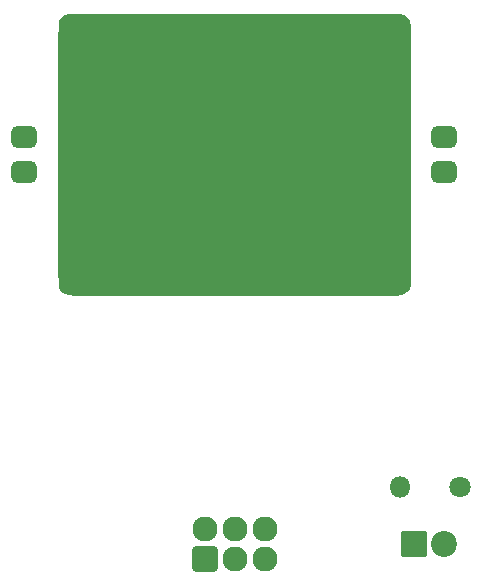
<source format=gbs>
G04 #@! TF.GenerationSoftware,KiCad,Pcbnew,(7.0.0)*
G04 #@! TF.CreationDate,2023-04-17T17:46:40-04:00*
G04 #@! TF.ProjectId,AA Design THT Modify,41412044-6573-4696-976e-20544854204d,rev?*
G04 #@! TF.SameCoordinates,Original*
G04 #@! TF.FileFunction,Soldermask,Bot*
G04 #@! TF.FilePolarity,Negative*
%FSLAX46Y46*%
G04 Gerber Fmt 4.6, Leading zero omitted, Abs format (unit mm)*
G04 Created by KiCad (PCBNEW (7.0.0)) date 2023-04-17 17:46:40*
%MOMM*%
%LPD*%
G01*
G04 APERTURE LIST*
G04 Aperture macros list*
%AMRoundRect*
0 Rectangle with rounded corners*
0 $1 Rounding radius*
0 $2 $3 $4 $5 $6 $7 $8 $9 X,Y pos of 4 corners*
0 Add a 4 corners polygon primitive as box body*
4,1,4,$2,$3,$4,$5,$6,$7,$8,$9,$2,$3,0*
0 Add four circle primitives for the rounded corners*
1,1,$1+$1,$2,$3*
1,1,$1+$1,$4,$5*
1,1,$1+$1,$6,$7*
1,1,$1+$1,$8,$9*
0 Add four rect primitives between the rounded corners*
20,1,$1+$1,$2,$3,$4,$5,0*
20,1,$1+$1,$4,$5,$6,$7,0*
20,1,$1+$1,$6,$7,$8,$9,0*
20,1,$1+$1,$8,$9,$2,$3,0*%
G04 Aperture macros list end*
%ADD10C,0.010000*%
%ADD11O,2.127200X2.127200*%
%ADD12RoundRect,0.200000X-0.863600X0.863600X-0.863600X-0.863600X0.863600X-0.863600X0.863600X0.863600X0*%
%ADD13C,2.127200*%
%ADD14RoundRect,0.200000X-0.900000X-0.900000X0.900000X-0.900000X0.900000X0.900000X-0.900000X0.900000X0*%
%ADD15C,2.200000*%
%ADD16RoundRect,0.450001X-0.624999X0.462499X-0.624999X-0.462499X0.624999X-0.462499X0.624999X0.462499X0*%
%ADD17C,1.800000*%
%ADD18O,1.800000X1.800000*%
G04 APERTURE END LIST*
G04 #@! TO.C,G\u002A\u002A\u002A*
G36*
X64418385Y-41444989D02*
G01*
X65294668Y-41444997D01*
X66130555Y-41445013D01*
X66927017Y-41445040D01*
X67685022Y-41445081D01*
X68405540Y-41445138D01*
X69089540Y-41445215D01*
X69737990Y-41445315D01*
X70351861Y-41445439D01*
X70932121Y-41445591D01*
X71479739Y-41445774D01*
X71995686Y-41445990D01*
X72480929Y-41446242D01*
X72936438Y-41446534D01*
X73363183Y-41446867D01*
X73762132Y-41447244D01*
X74134254Y-41447669D01*
X74480520Y-41448145D01*
X74801897Y-41448673D01*
X75099356Y-41449257D01*
X75373865Y-41449899D01*
X75626394Y-41450603D01*
X75857911Y-41451371D01*
X76069386Y-41452206D01*
X76261789Y-41453111D01*
X76436088Y-41454088D01*
X76593252Y-41455140D01*
X76734251Y-41456271D01*
X76860054Y-41457482D01*
X76971630Y-41458777D01*
X77069948Y-41460159D01*
X77155977Y-41461629D01*
X77230687Y-41463192D01*
X77295047Y-41464850D01*
X77350026Y-41466605D01*
X77396594Y-41468461D01*
X77435718Y-41470420D01*
X77468369Y-41472485D01*
X77495516Y-41474659D01*
X77518128Y-41476945D01*
X77537174Y-41479345D01*
X77553623Y-41481862D01*
X77568444Y-41484499D01*
X77573901Y-41485543D01*
X77685516Y-41509808D01*
X77768406Y-41535274D01*
X77836017Y-41566879D01*
X77891401Y-41602181D01*
X77965033Y-41654335D01*
X78017877Y-41694702D01*
X78060486Y-41733314D01*
X78103414Y-41780200D01*
X78157214Y-41845389D01*
X78189485Y-41885489D01*
X78204217Y-41902029D01*
X78218213Y-41914750D01*
X78231493Y-41924720D01*
X78244075Y-41933006D01*
X78255979Y-41940676D01*
X78267222Y-41948798D01*
X78277824Y-41958439D01*
X78287802Y-41970667D01*
X78297177Y-41986550D01*
X78305967Y-42007154D01*
X78314190Y-42033548D01*
X78321866Y-42066800D01*
X78329012Y-42107977D01*
X78335648Y-42158146D01*
X78341792Y-42218376D01*
X78347464Y-42289733D01*
X78352681Y-42373286D01*
X78357463Y-42470102D01*
X78361828Y-42581249D01*
X78365796Y-42707794D01*
X78369384Y-42850805D01*
X78372612Y-43011350D01*
X78375498Y-43190496D01*
X78378061Y-43389311D01*
X78380320Y-43608863D01*
X78382293Y-43850218D01*
X78384000Y-44114446D01*
X78385459Y-44402612D01*
X78386688Y-44715786D01*
X78387707Y-45055034D01*
X78388534Y-45421425D01*
X78389188Y-45816025D01*
X78389687Y-46239903D01*
X78390051Y-46694126D01*
X78390298Y-47179762D01*
X78390447Y-47697878D01*
X78390516Y-48249542D01*
X78390525Y-48835822D01*
X78390492Y-49457785D01*
X78390435Y-50116499D01*
X78390375Y-50813031D01*
X78390328Y-51548449D01*
X78390314Y-52323822D01*
X78390352Y-53140215D01*
X78390370Y-53332889D01*
X78390446Y-54149638D01*
X78390498Y-54925130D01*
X78390524Y-55660439D01*
X78390521Y-56356641D01*
X78390485Y-57014812D01*
X78390414Y-57636027D01*
X78390304Y-58221361D01*
X78390152Y-58771891D01*
X78389954Y-59288692D01*
X78389709Y-59772838D01*
X78389413Y-60225407D01*
X78389062Y-60647472D01*
X78388653Y-61040110D01*
X78388184Y-61404396D01*
X78387651Y-61741406D01*
X78387051Y-62052215D01*
X78386380Y-62337899D01*
X78385637Y-62599533D01*
X78384817Y-62838193D01*
X78383918Y-63054953D01*
X78382936Y-63250890D01*
X78381868Y-63427080D01*
X78380711Y-63584597D01*
X78379462Y-63724517D01*
X78378118Y-63847916D01*
X78376676Y-63955869D01*
X78375132Y-64049452D01*
X78373484Y-64129739D01*
X78371728Y-64197808D01*
X78369861Y-64254732D01*
X78367880Y-64301589D01*
X78365782Y-64339452D01*
X78363563Y-64369398D01*
X78361221Y-64392502D01*
X78358753Y-64409839D01*
X78358070Y-64413639D01*
X78320513Y-64562243D01*
X78264901Y-64689779D01*
X78184306Y-64808742D01*
X78071801Y-64931629D01*
X78069831Y-64933570D01*
X77942079Y-65042339D01*
X77803678Y-65123935D01*
X77641702Y-65185442D01*
X77577416Y-65203438D01*
X77566158Y-65205613D01*
X77548893Y-65207690D01*
X77524683Y-65209671D01*
X77492588Y-65211558D01*
X77451667Y-65213354D01*
X77400980Y-65215061D01*
X77339589Y-65216679D01*
X77266552Y-65218213D01*
X77180929Y-65219663D01*
X77081782Y-65221033D01*
X76968170Y-65222323D01*
X76839153Y-65223536D01*
X76693791Y-65224674D01*
X76531144Y-65225740D01*
X76350272Y-65226735D01*
X76150236Y-65227661D01*
X75930096Y-65228521D01*
X75688911Y-65229316D01*
X75425741Y-65230050D01*
X75139648Y-65230723D01*
X74829690Y-65231337D01*
X74494928Y-65231896D01*
X74134422Y-65232401D01*
X73747232Y-65232854D01*
X73332418Y-65233257D01*
X72889040Y-65233613D01*
X72416159Y-65233923D01*
X71912834Y-65234190D01*
X71378125Y-65234415D01*
X70811093Y-65234601D01*
X70210797Y-65234749D01*
X69576298Y-65234863D01*
X68906656Y-65234943D01*
X68200931Y-65234993D01*
X67458183Y-65235014D01*
X66677471Y-65235008D01*
X65857857Y-65234977D01*
X64998400Y-65234924D01*
X64098160Y-65234851D01*
X63491000Y-65234793D01*
X62559910Y-65234692D01*
X61670229Y-65234577D01*
X60821032Y-65234446D01*
X60011394Y-65234297D01*
X59240390Y-65234128D01*
X58507096Y-65233937D01*
X57810587Y-65233721D01*
X57149938Y-65233479D01*
X56524224Y-65233208D01*
X55932520Y-65232906D01*
X55373903Y-65232571D01*
X54847447Y-65232201D01*
X54352226Y-65231794D01*
X53887318Y-65231347D01*
X53451796Y-65230859D01*
X53044737Y-65230328D01*
X52665214Y-65229750D01*
X52312304Y-65229125D01*
X51985082Y-65228450D01*
X51682624Y-65227722D01*
X51404003Y-65226941D01*
X51148296Y-65226103D01*
X50914578Y-65225206D01*
X50701924Y-65224248D01*
X50509409Y-65223228D01*
X50336109Y-65222143D01*
X50181098Y-65220991D01*
X50043453Y-65219769D01*
X49922248Y-65218477D01*
X49816558Y-65217110D01*
X49725459Y-65215668D01*
X49648027Y-65214149D01*
X49583335Y-65212549D01*
X49530461Y-65210868D01*
X49488478Y-65209102D01*
X49456462Y-65207250D01*
X49433488Y-65205309D01*
X49418632Y-65203278D01*
X49414322Y-65202327D01*
X49209939Y-65128401D01*
X49029746Y-65023346D01*
X48877453Y-64889900D01*
X48756772Y-64730800D01*
X48742829Y-64707019D01*
X48733027Y-64691059D01*
X48723716Y-64677919D01*
X48714884Y-64666524D01*
X48706519Y-64655797D01*
X48698607Y-64644660D01*
X48691137Y-64632038D01*
X48684096Y-64616852D01*
X48677470Y-64598028D01*
X48671248Y-64574486D01*
X48665417Y-64545152D01*
X48659964Y-64508948D01*
X48654877Y-64464798D01*
X48650144Y-64411624D01*
X48645751Y-64348350D01*
X48641685Y-64273899D01*
X48637936Y-64187194D01*
X48634489Y-64087159D01*
X48631333Y-63972717D01*
X48628454Y-63842791D01*
X48625841Y-63696304D01*
X48623480Y-63532179D01*
X48621359Y-63349341D01*
X48619466Y-63146711D01*
X48617787Y-62923213D01*
X48616311Y-62677771D01*
X48615024Y-62409308D01*
X48613915Y-62116746D01*
X48612970Y-61799010D01*
X48612177Y-61455022D01*
X48611523Y-61083705D01*
X48610997Y-60683984D01*
X48610584Y-60254780D01*
X48610273Y-59795018D01*
X48610051Y-59303620D01*
X48609906Y-58779510D01*
X48609825Y-58221611D01*
X48609795Y-57628846D01*
X48609803Y-57000139D01*
X48609838Y-56334412D01*
X48609887Y-55630589D01*
X48609937Y-54887593D01*
X48609975Y-54104348D01*
X48609989Y-53334539D01*
X48609961Y-52510501D01*
X48609890Y-51727723D01*
X48609793Y-50985132D01*
X48609685Y-50281656D01*
X48609585Y-49616220D01*
X48609510Y-48987753D01*
X48609475Y-48395181D01*
X48609499Y-47837431D01*
X48609598Y-47313429D01*
X48609789Y-46822104D01*
X48610089Y-46362382D01*
X48610515Y-45933189D01*
X48611084Y-45533453D01*
X48611813Y-45162101D01*
X48612719Y-44818060D01*
X48613818Y-44500256D01*
X48615129Y-44207617D01*
X48616667Y-43939070D01*
X48618449Y-43693541D01*
X48620494Y-43469958D01*
X48622817Y-43267247D01*
X48625435Y-43084335D01*
X48628366Y-42920150D01*
X48631626Y-42773619D01*
X48635233Y-42643667D01*
X48639203Y-42529223D01*
X48643554Y-42429213D01*
X48648302Y-42342565D01*
X48653464Y-42268204D01*
X48659057Y-42205059D01*
X48665098Y-42152056D01*
X48671605Y-42108121D01*
X48678593Y-42072183D01*
X48686080Y-42043168D01*
X48694084Y-42020002D01*
X48702620Y-42001613D01*
X48711706Y-41986929D01*
X48721359Y-41974875D01*
X48731596Y-41964378D01*
X48742433Y-41954367D01*
X48753888Y-41943767D01*
X48765978Y-41931506D01*
X48778719Y-41916510D01*
X48790660Y-41899936D01*
X48852650Y-41814070D01*
X48913045Y-41743126D01*
X48963357Y-41696839D01*
X48973636Y-41690104D01*
X49036953Y-41649956D01*
X49105728Y-41601255D01*
X49120550Y-41589946D01*
X49172127Y-41557199D01*
X49239009Y-41530206D01*
X49331127Y-41505537D01*
X49416883Y-41487634D01*
X49431658Y-41484812D01*
X49446893Y-41482117D01*
X49463557Y-41479546D01*
X49482622Y-41477097D01*
X49505057Y-41474767D01*
X49531833Y-41472552D01*
X49563919Y-41470450D01*
X49602286Y-41468457D01*
X49647905Y-41466571D01*
X49701745Y-41464789D01*
X49764776Y-41463108D01*
X49837969Y-41461525D01*
X49922294Y-41460036D01*
X50018720Y-41458640D01*
X50128220Y-41457333D01*
X50251761Y-41456112D01*
X50390316Y-41454974D01*
X50544853Y-41453917D01*
X50716343Y-41452937D01*
X50905757Y-41452031D01*
X51114064Y-41451197D01*
X51342235Y-41450432D01*
X51591239Y-41449732D01*
X51862048Y-41449094D01*
X52155631Y-41448517D01*
X52472958Y-41447996D01*
X52815000Y-41447529D01*
X53182726Y-41447113D01*
X53577108Y-41446745D01*
X53999115Y-41446422D01*
X54449717Y-41446142D01*
X54929885Y-41445900D01*
X55440589Y-41445695D01*
X55982799Y-41445523D01*
X56557484Y-41445381D01*
X57165617Y-41445267D01*
X57808165Y-41445177D01*
X58486101Y-41445108D01*
X59200393Y-41445059D01*
X59952013Y-41445025D01*
X60741930Y-41445004D01*
X61571115Y-41444992D01*
X62440537Y-41444988D01*
X63351167Y-41444987D01*
X63500739Y-41444987D01*
X64418385Y-41444989D01*
G37*
D10*
X64418385Y-41444989D02*
X65294668Y-41444997D01*
X66130555Y-41445013D01*
X66927017Y-41445040D01*
X67685022Y-41445081D01*
X68405540Y-41445138D01*
X69089540Y-41445215D01*
X69737990Y-41445315D01*
X70351861Y-41445439D01*
X70932121Y-41445591D01*
X71479739Y-41445774D01*
X71995686Y-41445990D01*
X72480929Y-41446242D01*
X72936438Y-41446534D01*
X73363183Y-41446867D01*
X73762132Y-41447244D01*
X74134254Y-41447669D01*
X74480520Y-41448145D01*
X74801897Y-41448673D01*
X75099356Y-41449257D01*
X75373865Y-41449899D01*
X75626394Y-41450603D01*
X75857911Y-41451371D01*
X76069386Y-41452206D01*
X76261789Y-41453111D01*
X76436088Y-41454088D01*
X76593252Y-41455140D01*
X76734251Y-41456271D01*
X76860054Y-41457482D01*
X76971630Y-41458777D01*
X77069948Y-41460159D01*
X77155977Y-41461629D01*
X77230687Y-41463192D01*
X77295047Y-41464850D01*
X77350026Y-41466605D01*
X77396594Y-41468461D01*
X77435718Y-41470420D01*
X77468369Y-41472485D01*
X77495516Y-41474659D01*
X77518128Y-41476945D01*
X77537174Y-41479345D01*
X77553623Y-41481862D01*
X77568444Y-41484499D01*
X77573901Y-41485543D01*
X77685516Y-41509808D01*
X77768406Y-41535274D01*
X77836017Y-41566879D01*
X77891401Y-41602181D01*
X77965033Y-41654335D01*
X78017877Y-41694702D01*
X78060486Y-41733314D01*
X78103414Y-41780200D01*
X78157214Y-41845389D01*
X78189485Y-41885489D01*
X78204217Y-41902029D01*
X78218213Y-41914750D01*
X78231493Y-41924720D01*
X78244075Y-41933006D01*
X78255979Y-41940676D01*
X78267222Y-41948798D01*
X78277824Y-41958439D01*
X78287802Y-41970667D01*
X78297177Y-41986550D01*
X78305967Y-42007154D01*
X78314190Y-42033548D01*
X78321866Y-42066800D01*
X78329012Y-42107977D01*
X78335648Y-42158146D01*
X78341792Y-42218376D01*
X78347464Y-42289733D01*
X78352681Y-42373286D01*
X78357463Y-42470102D01*
X78361828Y-42581249D01*
X78365796Y-42707794D01*
X78369384Y-42850805D01*
X78372612Y-43011350D01*
X78375498Y-43190496D01*
X78378061Y-43389311D01*
X78380320Y-43608863D01*
X78382293Y-43850218D01*
X78384000Y-44114446D01*
X78385459Y-44402612D01*
X78386688Y-44715786D01*
X78387707Y-45055034D01*
X78388534Y-45421425D01*
X78389188Y-45816025D01*
X78389687Y-46239903D01*
X78390051Y-46694126D01*
X78390298Y-47179762D01*
X78390447Y-47697878D01*
X78390516Y-48249542D01*
X78390525Y-48835822D01*
X78390492Y-49457785D01*
X78390435Y-50116499D01*
X78390375Y-50813031D01*
X78390328Y-51548449D01*
X78390314Y-52323822D01*
X78390352Y-53140215D01*
X78390370Y-53332889D01*
X78390446Y-54149638D01*
X78390498Y-54925130D01*
X78390524Y-55660439D01*
X78390521Y-56356641D01*
X78390485Y-57014812D01*
X78390414Y-57636027D01*
X78390304Y-58221361D01*
X78390152Y-58771891D01*
X78389954Y-59288692D01*
X78389709Y-59772838D01*
X78389413Y-60225407D01*
X78389062Y-60647472D01*
X78388653Y-61040110D01*
X78388184Y-61404396D01*
X78387651Y-61741406D01*
X78387051Y-62052215D01*
X78386380Y-62337899D01*
X78385637Y-62599533D01*
X78384817Y-62838193D01*
X78383918Y-63054953D01*
X78382936Y-63250890D01*
X78381868Y-63427080D01*
X78380711Y-63584597D01*
X78379462Y-63724517D01*
X78378118Y-63847916D01*
X78376676Y-63955869D01*
X78375132Y-64049452D01*
X78373484Y-64129739D01*
X78371728Y-64197808D01*
X78369861Y-64254732D01*
X78367880Y-64301589D01*
X78365782Y-64339452D01*
X78363563Y-64369398D01*
X78361221Y-64392502D01*
X78358753Y-64409839D01*
X78358070Y-64413639D01*
X78320513Y-64562243D01*
X78264901Y-64689779D01*
X78184306Y-64808742D01*
X78071801Y-64931629D01*
X78069831Y-64933570D01*
X77942079Y-65042339D01*
X77803678Y-65123935D01*
X77641702Y-65185442D01*
X77577416Y-65203438D01*
X77566158Y-65205613D01*
X77548893Y-65207690D01*
X77524683Y-65209671D01*
X77492588Y-65211558D01*
X77451667Y-65213354D01*
X77400980Y-65215061D01*
X77339589Y-65216679D01*
X77266552Y-65218213D01*
X77180929Y-65219663D01*
X77081782Y-65221033D01*
X76968170Y-65222323D01*
X76839153Y-65223536D01*
X76693791Y-65224674D01*
X76531144Y-65225740D01*
X76350272Y-65226735D01*
X76150236Y-65227661D01*
X75930096Y-65228521D01*
X75688911Y-65229316D01*
X75425741Y-65230050D01*
X75139648Y-65230723D01*
X74829690Y-65231337D01*
X74494928Y-65231896D01*
X74134422Y-65232401D01*
X73747232Y-65232854D01*
X73332418Y-65233257D01*
X72889040Y-65233613D01*
X72416159Y-65233923D01*
X71912834Y-65234190D01*
X71378125Y-65234415D01*
X70811093Y-65234601D01*
X70210797Y-65234749D01*
X69576298Y-65234863D01*
X68906656Y-65234943D01*
X68200931Y-65234993D01*
X67458183Y-65235014D01*
X66677471Y-65235008D01*
X65857857Y-65234977D01*
X64998400Y-65234924D01*
X64098160Y-65234851D01*
X63491000Y-65234793D01*
X62559910Y-65234692D01*
X61670229Y-65234577D01*
X60821032Y-65234446D01*
X60011394Y-65234297D01*
X59240390Y-65234128D01*
X58507096Y-65233937D01*
X57810587Y-65233721D01*
X57149938Y-65233479D01*
X56524224Y-65233208D01*
X55932520Y-65232906D01*
X55373903Y-65232571D01*
X54847447Y-65232201D01*
X54352226Y-65231794D01*
X53887318Y-65231347D01*
X53451796Y-65230859D01*
X53044737Y-65230328D01*
X52665214Y-65229750D01*
X52312304Y-65229125D01*
X51985082Y-65228450D01*
X51682624Y-65227722D01*
X51404003Y-65226941D01*
X51148296Y-65226103D01*
X50914578Y-65225206D01*
X50701924Y-65224248D01*
X50509409Y-65223228D01*
X50336109Y-65222143D01*
X50181098Y-65220991D01*
X50043453Y-65219769D01*
X49922248Y-65218477D01*
X49816558Y-65217110D01*
X49725459Y-65215668D01*
X49648027Y-65214149D01*
X49583335Y-65212549D01*
X49530461Y-65210868D01*
X49488478Y-65209102D01*
X49456462Y-65207250D01*
X49433488Y-65205309D01*
X49418632Y-65203278D01*
X49414322Y-65202327D01*
X49209939Y-65128401D01*
X49029746Y-65023346D01*
X48877453Y-64889900D01*
X48756772Y-64730800D01*
X48742829Y-64707019D01*
X48733027Y-64691059D01*
X48723716Y-64677919D01*
X48714884Y-64666524D01*
X48706519Y-64655797D01*
X48698607Y-64644660D01*
X48691137Y-64632038D01*
X48684096Y-64616852D01*
X48677470Y-64598028D01*
X48671248Y-64574486D01*
X48665417Y-64545152D01*
X48659964Y-64508948D01*
X48654877Y-64464798D01*
X48650144Y-64411624D01*
X48645751Y-64348350D01*
X48641685Y-64273899D01*
X48637936Y-64187194D01*
X48634489Y-64087159D01*
X48631333Y-63972717D01*
X48628454Y-63842791D01*
X48625841Y-63696304D01*
X48623480Y-63532179D01*
X48621359Y-63349341D01*
X48619466Y-63146711D01*
X48617787Y-62923213D01*
X48616311Y-62677771D01*
X48615024Y-62409308D01*
X48613915Y-62116746D01*
X48612970Y-61799010D01*
X48612177Y-61455022D01*
X48611523Y-61083705D01*
X48610997Y-60683984D01*
X48610584Y-60254780D01*
X48610273Y-59795018D01*
X48610051Y-59303620D01*
X48609906Y-58779510D01*
X48609825Y-58221611D01*
X48609795Y-57628846D01*
X48609803Y-57000139D01*
X48609838Y-56334412D01*
X48609887Y-55630589D01*
X48609937Y-54887593D01*
X48609975Y-54104348D01*
X48609989Y-53334539D01*
X48609961Y-52510501D01*
X48609890Y-51727723D01*
X48609793Y-50985132D01*
X48609685Y-50281656D01*
X48609585Y-49616220D01*
X48609510Y-48987753D01*
X48609475Y-48395181D01*
X48609499Y-47837431D01*
X48609598Y-47313429D01*
X48609789Y-46822104D01*
X48610089Y-46362382D01*
X48610515Y-45933189D01*
X48611084Y-45533453D01*
X48611813Y-45162101D01*
X48612719Y-44818060D01*
X48613818Y-44500256D01*
X48615129Y-44207617D01*
X48616667Y-43939070D01*
X48618449Y-43693541D01*
X48620494Y-43469958D01*
X48622817Y-43267247D01*
X48625435Y-43084335D01*
X48628366Y-42920150D01*
X48631626Y-42773619D01*
X48635233Y-42643667D01*
X48639203Y-42529223D01*
X48643554Y-42429213D01*
X48648302Y-42342565D01*
X48653464Y-42268204D01*
X48659057Y-42205059D01*
X48665098Y-42152056D01*
X48671605Y-42108121D01*
X48678593Y-42072183D01*
X48686080Y-42043168D01*
X48694084Y-42020002D01*
X48702620Y-42001613D01*
X48711706Y-41986929D01*
X48721359Y-41974875D01*
X48731596Y-41964378D01*
X48742433Y-41954367D01*
X48753888Y-41943767D01*
X48765978Y-41931506D01*
X48778719Y-41916510D01*
X48790660Y-41899936D01*
X48852650Y-41814070D01*
X48913045Y-41743126D01*
X48963357Y-41696839D01*
X48973636Y-41690104D01*
X49036953Y-41649956D01*
X49105728Y-41601255D01*
X49120550Y-41589946D01*
X49172127Y-41557199D01*
X49239009Y-41530206D01*
X49331127Y-41505537D01*
X49416883Y-41487634D01*
X49431658Y-41484812D01*
X49446893Y-41482117D01*
X49463557Y-41479546D01*
X49482622Y-41477097D01*
X49505057Y-41474767D01*
X49531833Y-41472552D01*
X49563919Y-41470450D01*
X49602286Y-41468457D01*
X49647905Y-41466571D01*
X49701745Y-41464789D01*
X49764776Y-41463108D01*
X49837969Y-41461525D01*
X49922294Y-41460036D01*
X50018720Y-41458640D01*
X50128220Y-41457333D01*
X50251761Y-41456112D01*
X50390316Y-41454974D01*
X50544853Y-41453917D01*
X50716343Y-41452937D01*
X50905757Y-41452031D01*
X51114064Y-41451197D01*
X51342235Y-41450432D01*
X51591239Y-41449732D01*
X51862048Y-41449094D01*
X52155631Y-41448517D01*
X52472958Y-41447996D01*
X52815000Y-41447529D01*
X53182726Y-41447113D01*
X53577108Y-41446745D01*
X53999115Y-41446422D01*
X54449717Y-41446142D01*
X54929885Y-41445900D01*
X55440589Y-41445695D01*
X55982799Y-41445523D01*
X56557484Y-41445381D01*
X57165617Y-41445267D01*
X57808165Y-41445177D01*
X58486101Y-41445108D01*
X59200393Y-41445059D01*
X59952013Y-41445025D01*
X60741930Y-41445004D01*
X61571115Y-41444992D01*
X62440537Y-41444988D01*
X63351167Y-41444987D01*
X63500739Y-41444987D01*
X64418385Y-41444989D01*
G04 #@! TD*
D11*
G04 #@! TO.C,X1*
X61019999Y-85109999D03*
D12*
X61020000Y-87650000D03*
D11*
X63559999Y-85109999D03*
X63559999Y-87649999D03*
D13*
X66100000Y-85110000D03*
X66100000Y-87650000D03*
G04 #@! TD*
D14*
G04 #@! TO.C,D3*
X78740000Y-86360000D03*
D15*
X81280000Y-86360000D03*
G04 #@! TD*
D16*
G04 #@! TO.C,D1*
X81280000Y-51852500D03*
X81280000Y-54827500D03*
G04 #@! TD*
G04 #@! TO.C,D2*
X45720000Y-51852500D03*
X45720000Y-54827500D03*
G04 #@! TD*
D17*
G04 #@! TO.C,R2*
X82600000Y-81550000D03*
D18*
X77519999Y-81549999D03*
G04 #@! TD*
M02*

</source>
